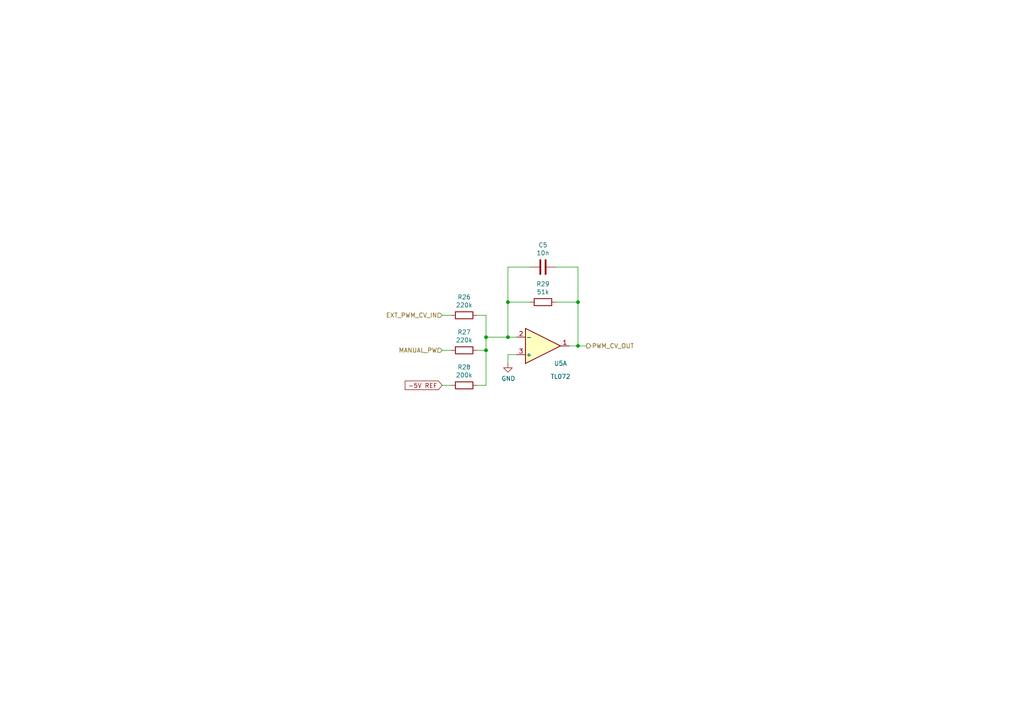
<source format=kicad_sch>
(kicad_sch (version 20211123) (generator eeschema)
  (paper "A4")
  (title_block (title "SSI2130 VCO") (date "2022-06-04") (rev "0") (comment 1 "creativecommons.org/licenses/by/4.0/") (comment 2 "License: CC by 4.0") (comment 3 "Author: Jordan Aceto"))
  (lib_symbols
    (symbol "Amplifier_Operational:TL072" (pin_names (offset 0.127))
      (property "Reference" "U" (at 0 5.08 0))
      (property "Value" "TL072" (at 0 -5.08 0))
      (symbol "TL072_1_1"
        (polyline (pts (xy -5.08 5.08) (xy 5.08 0) (xy -5.08 -5.08) (xy -5.08 5.08)) (stroke (width 0.254)) (fill (type background)))
        (pin output line (at 7.62 0 180) (length 2.54) (name "~") (number "1"))
        (pin input line (at -7.62 -2.54 0) (length 2.54) (name "-") (number "2"))
        (pin input line (at -7.62 2.54 0) (length 2.54) (name "+") (number "3"))
      )
      (symbol "TL072_2_1"
        (polyline (pts (xy -5.08 5.08) (xy 5.08 0) (xy -5.08 -5.08) (xy -5.08 5.08)) (stroke (width 0.254)) (fill (type background)))
        (pin input line (at -7.62 2.54 0) (length 2.54) (name "+") (number "5"))
        (pin input line (at -7.62 -2.54 0) (length 2.54) (name "-") (number "6"))
        (pin output line (at 7.62 0 180) (length 2.54) (name "~") (number "7"))
      )
      (symbol "TL072_3_1"
        (pin power_in line (at -2.54 -7.62 90) (length 3.81) (name "V-") (number "4"))
        (pin power_in line (at -2.54 7.62 270) (length 3.81) (name "V+") (number "8"))
      )
    )
    (symbol "Device:C" (pin_numbers hide) (pin_names (offset 0.254))
      (property "Reference" "C" (at 0.635 2.54 0))
      (property "Value" "C" (at 0.635 -2.54 0))
      (symbol "C_0_1"
        (polyline (pts (xy -2.032 -0.762) (xy 2.032 -0.762)) (stroke (width 0.508)))
        (polyline (pts (xy -2.032 0.762) (xy 2.032 0.762)) (stroke (width 0.508)))
      )
      (symbol "C_1_1"
        (pin passive line (at 0 3.81 270) (length 2.794) (name "~") (number "1"))
        (pin passive line (at 0 -3.81 90) (length 2.794) (name "~") (number "2"))
      )
    )
    (symbol "Device:R" (pin_numbers hide) (pin_names (offset 0))
      (property "Reference" "R" (at 2.032 0 90))
      (property "Value" "R" (at 0 0 90))
      (symbol "R_0_1"
        (rectangle (start -1.016 -2.54) (end 1.016 2.54) (stroke (width 0.254)))
      )
      (symbol "R_1_1"
        (pin passive line (at 0 3.81 270) (length 1.27) (name "~") (number "1"))
        (pin passive line (at 0 -3.81 90) (length 1.27) (name "~") (number "2"))
      )
    )
    (symbol "power:GND" (power) (pin_names (offset 0))
      (property "Value" "GND" (at 0 -3.81 0))
      (symbol "GND_0_1"
        (polyline (pts (xy 0 0) (xy 0 -1.27) (xy 1.27 -1.27) (xy 0 -2.54) (xy -1.27 -1.27) (xy 0 -1.27)))
      )
      (symbol "GND_1_1"
        (pin power_in line (at 0 0 270) (length 0) hide (name "GND") (number "1"))
      )
    )
  )
  (junction (at 140.97 97.79))
  (junction (at 167.64 87.63))
  (junction (at 167.64 100.33))
  (junction (at 147.32 87.63))
  (junction (at 140.97 101.6))
  (junction (at 147.32 97.79))
  (wire (pts (xy 140.97 97.79) (xy 147.32 97.79)))
  (wire (pts (xy 153.67 77.47) (xy 147.32 77.47)))
  (wire (pts (xy 140.97 111.76) (xy 140.97 101.6)))
  (wire (pts (xy 147.32 105.41) (xy 147.32 102.87)))
  (wire (pts (xy 138.43 101.6) (xy 140.97 101.6)))
  (wire (pts (xy 140.97 101.6) (xy 140.97 97.79)))
  (wire (pts (xy 138.43 111.76) (xy 140.97 111.76)))
  (wire (pts (xy 149.86 97.79) (xy 147.32 97.79)))
  (wire (pts (xy 130.81 101.6) (xy 128.27 101.6)))
  (wire (pts (xy 167.64 77.47) (xy 167.64 87.63)))
  (wire (pts (xy 128.27 111.76) (xy 130.81 111.76)))
  (wire (pts (xy 147.32 102.87) (xy 149.86 102.87)))
  (wire (pts (xy 167.64 87.63) (xy 161.29 87.63)))
  (wire (pts (xy 147.32 87.63) (xy 153.67 87.63)))
  (wire (pts (xy 147.32 97.79) (xy 147.32 87.63)))
  (wire (pts (xy 147.32 77.47) (xy 147.32 87.63)))
  (wire (pts (xy 165.1 100.33) (xy 167.64 100.33)))
  (wire (pts (xy 138.43 91.44) (xy 140.97 91.44)))
  (wire (pts (xy 161.29 77.47) (xy 167.64 77.47)))
  (wire (pts (xy 140.97 97.79) (xy 140.97 91.44)))
  (wire (pts (xy 130.81 91.44) (xy 128.27 91.44)))
  (wire (pts (xy 167.64 100.33) (xy 167.64 87.63)))
  (wire (pts (xy 170.18 100.33) (xy 167.64 100.33)))
  (global_label "-5V REF" (shape input) (at 128.27 111.76 180) (property "Intersheet References" "${INTERSHEET_REFS}" (effects hide)))
  (hierarchical_label "MANUAL_PW" (shape input) (at 128.27 101.6 180))
  (hierarchical_label "PWM_CV_OUT" (shape output) (at 170.18 100.33 0))
  (hierarchical_label "EXT_PWM_CV_IN" (shape input) (at 128.27 91.44 180))
  (symbol (lib_id "Device:C") (at 157.48 77.47 270) (unit 1)
    (property "Reference" "C5" (at 157.48 71.0692 90))
    (property "Value" "10n" (at 157.48 73.3806 90))
    (property "Footprint" "Capacitor_SMD:C_0805_2012Metric" (effects hide))
  )
  (symbol (lib_id "Amplifier_Operational:TL072") (at 157.48 100.33 0) (mirror x) (unit 1)
    (property "Reference" "U5" (at 162.56 105.41 0))
    (property "Value" "TL072" (at 162.56 109.22 0))
    (property "Footprint" "Package_SO:SOIC-8_3.9x4.9mm_P1.27mm" (effects hide))
    (property "Datasheet" "http://www.ti.com/lit/ds/symlink/tl071.pdf" (effects hide))
  )
  (symbol (lib_id "Device:R") (at 157.48 87.63 270) (unit 1)
    (property "Reference" "R29" (at 157.48 82.3722 90))
    (property "Value" "51k" (at 157.48 84.6836 90))
    (property "Footprint" "Resistor_SMD:R_0805_2012Metric" (effects hide))
  )
  (symbol (lib_id "Device:R") (at 134.62 91.44 270) (unit 1)
    (property "Reference" "R26" (at 134.62 86.1822 90))
    (property "Value" "220k" (at 134.62 88.4936 90))
    (property "Footprint" "Resistor_SMD:R_0805_2012Metric" (effects hide))
  )
  (symbol (lib_id "Device:R") (at 134.62 111.76 270) (unit 1)
    (property "Reference" "R28" (at 134.62 106.5022 90))
    (property "Value" "200k" (at 134.62 108.8136 90))
    (property "Footprint" "Resistor_SMD:R_0805_2012Metric" (effects hide))
  )
  (symbol (lib_id "power:GND") (at 147.32 105.41 0) (unit 1)
    (property "Reference" "#PWR028" (effects hide))
    (property "Value" "GND" (at 147.447 109.8042 0))
  )
  (symbol (lib_id "Device:R") (at 134.62 101.6 270) (unit 1)
    (property "Reference" "R27" (at 134.62 96.3422 90))
    (property "Value" "220k" (at 134.62 98.6536 90))
    (property "Footprint" "Resistor_SMD:R_0805_2012Metric" (effects hide))
  )
)
</source>
